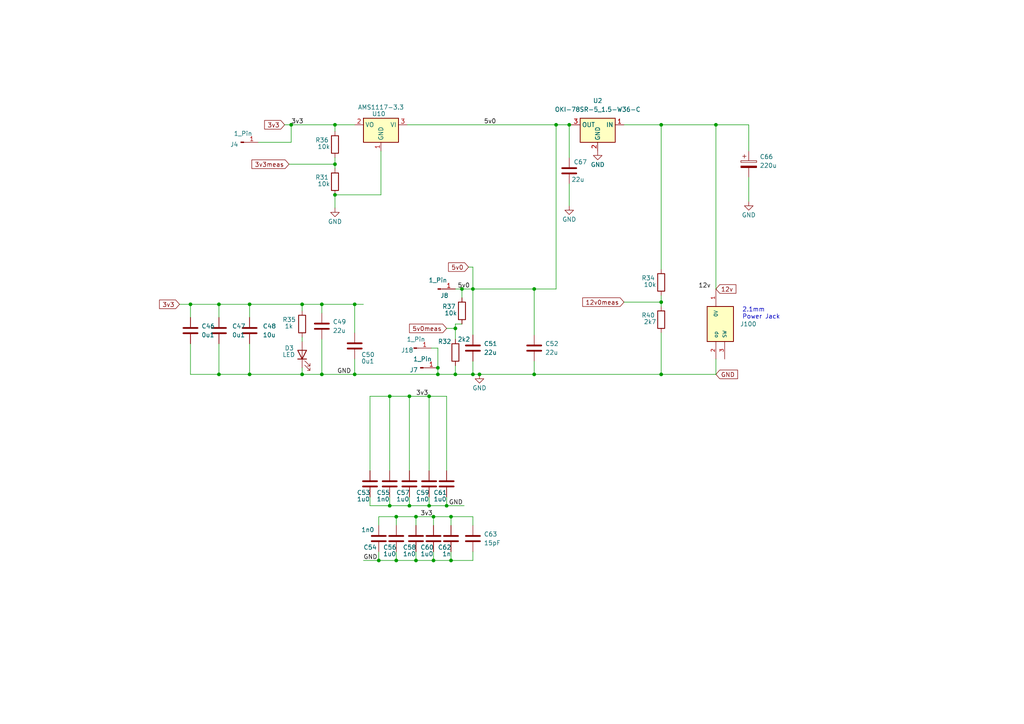
<source format=kicad_sch>
(kicad_sch (version 20231120) (generator "eeschema") (generator_version "8.0")
  (paper "A4")
  (title_block (title "430Mhz - QO-100 transverter") (date "2025-04-24") (rev "2.1") (comment 4 "PSU and decoupling"))
  (lib_symbols
    (symbol "163-179PH-EX:163-179PH-EX" (pin_names (offset 1.016))
      (property "Reference" "J1" (at 10.16 6.12 0))
      (symbol "163-179PH-EX_0_0"
        (rectangle (start 5.08 2.54) (end 15.24 -5.08) (stroke (width 0.254)) (fill (type background)))
      )
      (symbol "163-179PH-EX_1_0"
        (pin bidirectional line (at 20.32 0 180) (length 5.08) (name "0V") (number "1"))
        (pin bidirectional line (at 0 0 0) (length 5.08) (name "op") (number "2"))
        (pin bidirectional line (at 0 -2.54 0) (length 5.08) (name "SW") (number "3"))
      )
    )
    (symbol "Connector:Conn_01x01_Pin" (pin_names (offset 1.016) hide)
      (property "Reference" "J" (at 0 2.54 0))
      (property "Value" "Conn_01x01_Pin" (at 0 -2.54 0))
      (symbol "Conn_01x01_Pin_1_1"
        (polyline (pts (xy 1.27 0) (xy 0.8636 0)) (stroke (width 0.1524)))
        (rectangle (start 0.8636 0.127) (end 0 -0.127) (stroke (width 0.1524)) (fill (type outline)))
        (pin passive line (at 5.08 0 180) (length 3.81) (name "Pin_1") (number "1"))
      )
    )
    (symbol "Converter_DCDC:OKI-78SR-5_1.5-W36-C"
      (property "Reference" "U" (at -3.81 3.175 0))
      (property "Value" "OKI-78SR-5_1.5-W36-C" (at 0 3.175 0))
      (symbol "OKI-78SR-5_1.5-W36-C_0_1"
        (rectangle (start -5.08 1.905) (end 5.08 -5.08) (stroke (width 0.254)) (fill (type background)))
      )
      (symbol "OKI-78SR-5_1.5-W36-C_1_1"
        (pin power_in line (at -7.62 0 0) (length 2.54) (name "IN") (number "1"))
        (pin power_in line (at 0 -7.62 90) (length 2.54) (name "GND") (number "2"))
        (pin power_out line (at 7.62 0 180) (length 2.54) (name "OUT") (number "3"))
      )
    )
    (symbol "Device:C" (pin_numbers hide) (pin_names (offset 0.254))
      (property "Reference" "C" (at 0.635 2.54 0))
      (property "Value" "C" (at 0.635 -2.54 0))
      (symbol "C_0_1"
        (polyline (pts (xy -2.032 -0.762) (xy 2.032 -0.762)) (stroke (width 0.508)))
        (polyline (pts (xy -2.032 0.762) (xy 2.032 0.762)) (stroke (width 0.508)))
      )
      (symbol "C_1_1"
        (pin passive line (at 0 3.81 270) (length 2.794) (name "~") (number "1"))
        (pin passive line (at 0 -3.81 90) (length 2.794) (name "~") (number "2"))
      )
    )
    (symbol "Device:C_Polarized" (pin_numbers hide) (pin_names (offset 0.254))
      (property "Reference" "C" (at 0.635 2.54 0))
      (property "Value" "C_Polarized" (at 0.635 -2.54 0))
      (symbol "C_Polarized_0_1"
        (rectangle (start -2.286 0.508) (end 2.286 1.016))
        (polyline (pts (xy -1.778 2.286) (xy -0.762 2.286)))
        (polyline (pts (xy -1.27 2.794) (xy -1.27 1.778)))
        (rectangle (start 2.286 -0.508) (end -2.286 -1.016) (fill (type outline)))
      )
      (symbol "C_Polarized_1_1"
        (pin passive line (at 0 3.81 270) (length 2.794) (name "~") (number "1"))
        (pin passive line (at 0 -3.81 90) (length 2.794) (name "~") (number "2"))
      )
    )
    (symbol "Device:LED" (pin_numbers hide) (pin_names (offset 1.016) hide)
      (property "Reference" "D" (at 0 2.54 0))
      (property "Value" "LED" (at 0 -2.54 0))
      (symbol "LED_0_1"
        (polyline (pts (xy -1.27 -1.27) (xy -1.27 1.27)) (stroke (width 0.254)))
        (polyline (pts (xy -1.27 0) (xy 1.27 0)))
        (polyline (pts (xy 1.27 -1.27) (xy 1.27 1.27) (xy -1.27 0) (xy 1.27 -1.27)) (stroke (width 0.254)))
        (polyline (pts (xy -3.048 -0.762) (xy -4.572 -2.286) (xy -3.81 -2.286) (xy -4.572 -2.286) (xy -4.572 -1.524)))
        (polyline (pts (xy -1.778 -0.762) (xy -3.302 -2.286) (xy -2.54 -2.286) (xy -3.302 -2.286) (xy -3.302 -1.524)))
      )
      (symbol "LED_1_1"
        (pin passive line (at -3.81 0 0) (length 2.54) (name "K") (number "1"))
        (pin passive line (at 3.81 0 180) (length 2.54) (name "A") (number "2"))
      )
    )
    (symbol "Device:R" (pin_numbers hide) (pin_names (offset 0))
      (property "Reference" "R" (at 2.032 0 90))
      (property "Value" "R" (at 0 0 90))
      (symbol "R_0_1"
        (rectangle (start -1.016 -2.54) (end 1.016 2.54) (stroke (width 0.254)))
      )
      (symbol "R_1_1"
        (pin passive line (at 0 3.81 270) (length 1.27) (name "~") (number "1"))
        (pin passive line (at 0 -3.81 90) (length 1.27) (name "~") (number "2"))
      )
    )
    (symbol "Regulator_Linear:AMS1117-3.3"
      (property "Reference" "U" (at -3.81 3.175 0))
      (property "Value" "AMS1117-3.3" (at 0 3.175 0))
      (symbol "AMS1117-3.3_0_1"
        (rectangle (start -5.08 -5.08) (end 5.08 1.905) (stroke (width 0.254)) (fill (type background)))
      )
      (symbol "AMS1117-3.3_1_1"
        (pin power_in line (at 0 -7.62 90) (length 2.54) (name "GND") (number "1"))
        (pin power_out line (at 7.62 0 180) (length 2.54) (name "VO") (number "2"))
        (pin power_in line (at -7.62 0 0) (length 2.54) (name "VI") (number "3"))
      )
    )
    (symbol "power:GND" (power) (pin_names (offset 0))
      (property "Value" "GND" (at 0 -3.81 0))
      (symbol "GND_0_1"
        (polyline (pts (xy 0 0) (xy 0 -1.27) (xy 1.27 -1.27) (xy 0 -2.54) (xy -1.27 -1.27) (xy 0 -1.27)))
      )
      (symbol "GND_1_1"
        (pin power_in line (at 0 0 270) (length 0) hide (name "GND") (number "1"))
      )
    )
  )
  (junction (at 154.94 83.82))
  (junction (at 137.16 108.585))
  (junction (at 55.245 88.265))
  (junction (at 97.155 56.515))
  (junction (at 63.5 88.265))
  (junction (at 102.87 88.265))
  (junction (at 124.46 146.685))
  (junction (at 63.5 108.585))
  (junction (at 133.985 83.82))
  (junction (at 191.77 87.63))
  (junction (at 130.81 162.56))
  (junction (at 72.39 88.265))
  (junction (at 72.39 108.585))
  (junction (at 137.16 83.82))
  (junction (at 120.65 149.86))
  (junction (at 191.77 108.585))
  (junction (at 120.65 162.56))
  (junction (at 132.08 108.585))
  (junction (at 118.745 146.685))
  (junction (at 93.345 88.265))
  (junction (at 127 106.68))
  (junction (at 113.03 146.685))
  (junction (at 102.87 108.585))
  (junction (at 191.77 36.195))
  (junction (at 97.155 36.195))
  (junction (at 118.745 114.935))
  (junction (at 87.63 108.585))
  (junction (at 114.935 162.56))
  (junction (at 154.94 108.585))
  (junction (at 165.1 36.195))
  (junction (at 113.03 114.935))
  (junction (at 127 108.585))
  (junction (at 109.855 162.56))
  (junction (at 207.645 36.195))
  (junction (at 139.065 108.585))
  (junction (at 132.08 95.25))
  (junction (at 129.54 146.685))
  (junction (at 125.73 149.86))
  (junction (at 130.81 149.86))
  (junction (at 161.29 36.195))
  (junction (at 125.73 162.56))
  (junction (at 97.155 47.625))
  (junction (at 87.63 88.265))
  (junction (at 124.46 114.935))
  (junction (at 93.345 108.585))
  (junction (at 114.935 149.86))
  (junction (at 84.455 36.195))
  (wire (pts (xy 165.1 36.195) (xy 165.735 36.195)))
  (wire (pts (xy 207.645 104.14) (xy 207.645 108.585)))
  (wire (pts (xy 191.77 108.585) (xy 207.645 108.585)))
  (wire (pts (xy 127 100.965) (xy 127 106.68)))
  (wire (pts (xy 132.08 95.25) (xy 132.08 93.98)))
  (wire (pts (xy 72.39 88.265) (xy 87.63 88.265)))
  (wire (pts (xy 55.245 88.265) (xy 63.5 88.265)))
  (wire (pts (xy 137.16 152.4) (xy 137.16 149.86)))
  (wire (pts (xy 154.94 83.82) (xy 154.94 97.155)))
  (wire (pts (xy 102.87 104.14) (xy 102.87 108.585)))
  (wire (pts (xy 84.455 41.275) (xy 84.455 36.195)))
  (wire (pts (xy 217.17 51.435) (xy 217.17 58.42)))
  (wire (pts (xy 93.345 98.425) (xy 93.345 108.585)))
  (wire (pts (xy 120.65 149.86) (xy 125.73 149.86)))
  (wire (pts (xy 93.345 88.265) (xy 87.63 88.265)))
  (wire (pts (xy 125.73 162.56) (xy 125.73 160.02)))
  (wire (pts (xy 161.29 36.195) (xy 161.29 83.82)))
  (wire (pts (xy 165.1 36.195) (xy 165.1 45.72)))
  (wire (pts (xy 114.935 149.86) (xy 109.855 149.86)))
  (wire (pts (xy 129.54 114.935) (xy 124.46 114.935)))
  (wire (pts (xy 180.975 87.63) (xy 191.77 87.63)))
  (wire (pts (xy 107.315 146.685) (xy 107.315 144.145)))
  (wire (pts (xy 124.46 146.685) (xy 124.46 144.145)))
  (wire (pts (xy 132.08 106.045) (xy 132.08 108.585)))
  (wire (pts (xy 125.095 100.965) (xy 127 100.965)))
  (wire (pts (xy 191.77 85.725) (xy 191.77 87.63)))
  (wire (pts (xy 137.16 77.47) (xy 137.16 83.82)))
  (wire (pts (xy 135.89 77.47) (xy 137.16 77.47)))
  (wire (pts (xy 137.16 104.775) (xy 137.16 108.585)))
  (wire (pts (xy 110.49 43.815) (xy 110.49 56.515)))
  (wire (pts (xy 63.5 99.695) (xy 63.5 108.585)))
  (wire (pts (xy 154.94 104.775) (xy 154.94 108.585)))
  (wire (pts (xy 93.345 88.265) (xy 93.345 90.805)))
  (wire (pts (xy 165.1 53.34) (xy 165.1 59.69)))
  (wire (pts (xy 113.03 114.935) (xy 107.315 114.935)))
  (wire (pts (xy 107.315 114.935) (xy 107.315 136.525)))
  (wire (pts (xy 55.245 99.695) (xy 55.245 108.585)))
  (wire (pts (xy 118.745 114.935) (xy 124.46 114.935)))
  (wire (pts (xy 105.41 162.56) (xy 109.855 162.56)))
  (wire (pts (xy 137.16 160.02) (xy 137.16 162.56)))
  (wire (pts (xy 132.08 83.82) (xy 133.985 83.82)))
  (wire (pts (xy 191.77 87.63) (xy 191.77 88.9)))
  (wire (pts (xy 87.63 97.79) (xy 87.63 99.06)))
  (wire (pts (xy 125.73 162.56) (xy 130.81 162.56)))
  (wire (pts (xy 130.81 149.86) (xy 130.81 152.4)))
  (wire (pts (xy 93.345 88.265) (xy 102.87 88.265)))
  (wire (pts (xy 129.54 114.935) (xy 129.54 136.525)))
  (wire (pts (xy 191.77 96.52) (xy 191.77 108.585)))
  (wire (pts (xy 74.93 41.275) (xy 84.455 41.275)))
  (wire (pts (xy 124.46 146.685) (xy 129.54 146.685)))
  (wire (pts (xy 180.975 36.195) (xy 191.77 36.195)))
  (wire (pts (xy 125.73 149.86) (xy 125.73 152.4)))
  (wire (pts (xy 139.065 108.585) (xy 154.94 108.585)))
  (wire (pts (xy 113.03 146.685) (xy 113.03 144.145)))
  (wire (pts (xy 154.94 108.585) (xy 191.77 108.585)))
  (wire (pts (xy 217.17 36.195) (xy 217.17 43.815)))
  (wire (pts (xy 83.82 47.625) (xy 97.155 47.625)))
  (wire (pts (xy 114.935 149.86) (xy 120.65 149.86)))
  (wire (pts (xy 118.745 146.685) (xy 124.46 146.685)))
  (wire (pts (xy 82.55 36.195) (xy 84.455 36.195)))
  (wire (pts (xy 113.03 146.685) (xy 118.745 146.685)))
  (wire (pts (xy 97.155 56.515) (xy 97.155 60.325)))
  (wire (pts (xy 132.08 108.585) (xy 137.16 108.585)))
  (wire (pts (xy 133.985 83.82) (xy 133.985 86.36)))
  (wire (pts (xy 102.87 36.195) (xy 97.155 36.195)))
  (wire (pts (xy 87.63 108.585) (xy 93.345 108.585)))
  (wire (pts (xy 114.935 162.56) (xy 120.65 162.56)))
  (wire (pts (xy 137.16 83.82) (xy 137.16 97.155)))
  (wire (pts (xy 129.54 146.685) (xy 129.54 144.145)))
  (wire (pts (xy 52.07 88.265) (xy 55.245 88.265)))
  (wire (pts (xy 55.245 88.265) (xy 55.245 92.075)))
  (wire (pts (xy 129.54 95.25) (xy 132.08 95.25)))
  (wire (pts (xy 107.315 146.685) (xy 113.03 146.685)))
  (wire (pts (xy 191.77 36.195) (xy 191.77 78.105)))
  (wire (pts (xy 124.46 114.935) (xy 124.46 136.525)))
  (wire (pts (xy 72.39 108.585) (xy 87.63 108.585)))
  (wire (pts (xy 84.455 36.195) (xy 97.155 36.195)))
  (wire (pts (xy 63.5 88.265) (xy 72.39 88.265)))
  (wire (pts (xy 137.16 162.56) (xy 130.81 162.56)))
  (wire (pts (xy 120.65 149.86) (xy 120.65 152.4)))
  (wire (pts (xy 118.11 36.195) (xy 161.29 36.195)))
  (wire (pts (xy 72.39 88.265) (xy 72.39 92.075)))
  (wire (pts (xy 63.5 108.585) (xy 72.39 108.585)))
  (wire (pts (xy 114.935 149.86) (xy 114.935 152.4)))
  (wire (pts (xy 97.155 45.72) (xy 97.155 47.625)))
  (wire (pts (xy 130.81 149.86) (xy 137.16 149.86)))
  (wire (pts (xy 93.345 108.585) (xy 102.87 108.585)))
  (wire (pts (xy 132.08 93.98) (xy 133.985 93.98)))
  (wire (pts (xy 130.81 162.56) (xy 130.81 160.02)))
  (wire (pts (xy 87.63 88.265) (xy 87.63 90.17)))
  (wire (pts (xy 87.63 106.68) (xy 87.63 108.585)))
  (wire (pts (xy 161.29 36.195) (xy 165.1 36.195)))
  (wire (pts (xy 105.41 88.265) (xy 102.87 88.265)))
  (wire (pts (xy 102.87 88.265) (xy 102.87 96.52)))
  (wire (pts (xy 118.745 114.935) (xy 113.03 114.935)))
  (wire (pts (xy 118.745 114.935) (xy 118.745 136.525)))
  (wire (pts (xy 55.245 108.585) (xy 63.5 108.585)))
  (wire (pts (xy 97.155 36.195) (xy 97.155 38.1)))
  (wire (pts (xy 63.5 88.265) (xy 63.5 92.075)))
  (wire (pts (xy 129.54 146.685) (xy 134.62 146.685)))
  (wire (pts (xy 118.745 146.685) (xy 118.745 144.145)))
  (wire (pts (xy 133.985 83.82) (xy 137.16 83.82)))
  (wire (pts (xy 97.155 47.625) (xy 97.155 48.895)))
  (wire (pts (xy 120.65 162.56) (xy 120.65 160.02)))
  (wire (pts (xy 113.03 114.935) (xy 113.03 136.525)))
  (wire (pts (xy 137.16 83.82) (xy 154.94 83.82)))
  (wire (pts (xy 154.94 83.82) (xy 161.29 83.82)))
  (wire (pts (xy 109.855 162.56) (xy 114.935 162.56)))
  (wire (pts (xy 207.645 36.195) (xy 217.17 36.195)))
  (wire (pts (xy 109.855 149.86) (xy 109.855 152.4)))
  (wire (pts (xy 132.08 98.425) (xy 132.08 95.25)))
  (wire (pts (xy 72.39 99.695) (xy 72.39 108.585)))
  (wire (pts (xy 130.81 149.86) (xy 125.73 149.86)))
  (wire (pts (xy 120.65 162.56) (xy 125.73 162.56)))
  (wire (pts (xy 102.87 108.585) (xy 127 108.585)))
  (wire (pts (xy 207.645 36.195) (xy 207.645 83.82)))
  (wire (pts (xy 114.935 162.56) (xy 114.935 160.02)))
  (wire (pts (xy 137.16 108.585) (xy 139.065 108.585)))
  (wire (pts (xy 127 108.585) (xy 132.08 108.585)))
  (wire (pts (xy 109.855 162.56) (xy 109.855 160.02)))
  (wire (pts (xy 127 106.68) (xy 127 108.585)))
  (wire (pts (xy 191.77 36.195) (xy 207.645 36.195)))
  (wire (pts (xy 97.155 56.515) (xy 110.49 56.515)))
  (text "2.1mm\nPower Jack" (at 215.265 92.71 0) (effects (font (size 1.27 1.27)) (justify left bottom)))
  (label "3v3" (at 121.92 149.86 0))
  (label "12v" (at 202.565 83.82 0))
  (label "5v0" (at 132.715 83.82 0))
  (label "3v3" (at 84.455 36.195 0))
  (label "GND" (at 130.175 146.685 0))
  (label "3v3" (at 120.65 114.935 0))
  (label "5v0" (at 140.335 36.195 0))
  (label "GND" (at 105.41 162.56 0))
  (label "GND" (at 97.79 108.585 0))
  (global_label "3v3" (shape input) (at 82.55 36.195 180) (property "Intersheetrefs" "${INTERSHEET_REFS}" (effects (hide yes))))
  (global_label "5v0meas" (shape input) (at 129.54 95.25 180) (property "Intersheetrefs" "${INTERSHEET_REFS}" (effects (hide yes))))
  (global_label "GND" (shape input) (at 207.645 108.585 0) (property "Intersheetrefs" "${INTERSHEET_REFS}" (effects (hide yes))))
  (global_label "12v" (shape input) (at 207.645 83.82 0) (property "Intersheetrefs" "${INTERSHEET_REFS}" (effects (hide yes))))
  (global_label "12v0meas" (shape input) (at 180.975 87.63 180) (property "Intersheetrefs" "${INTERSHEET_REFS}" (effects (hide yes))))
  (global_label "5v0" (shape input) (at 135.89 77.47 180) (property "Intersheetrefs" "${INTERSHEET_REFS}" (effects (hide yes))))
  (global_label "3v3" (shape input) (at 52.07 88.265 180) (property "Intersheetrefs" "${INTERSHEET_REFS}" (effects (hide yes))))
  (global_label "3v3meas" (shape input) (at 83.82 47.625 180) (property "Intersheetrefs" "${INTERSHEET_REFS}" (effects (hide yes))))
  (symbol (lib_id "power:GND") (at 139.065 108.585 0) (unit 1)
    (property "Reference" "#PWR016" (effects (hide yes)))
    (property "Value" "GND" (at 139.065 112.53 0))
  )
  (symbol (lib_id "Device:C") (at 137.16 156.21 180) (unit 1)
    (property "Reference" "C63" (at 140.335 154.9399 0) (effects (justify right)))
    (property "Value" "15pF" (at 140.335 157.4799 0) (effects (justify right)))
    (property "Footprint" "Capacitor_SMD:C_0603_1608Metric" (effects (hide yes)))
  )
  (symbol (lib_id "Device:C") (at 125.73 156.21 0) (unit 1)
    (property "Reference" "C60" (at 121.92 158.75 0) (effects (justify left)))
    (property "Value" "1u0" (at 121.92 160.655 0) (effects (justify left)))
    (property "Footprint" "Capacitor_SMD:C_0603_1608Metric" (effects (hide yes)))
  )
  (symbol (lib_id "Device:C_Polarized") (at 217.17 47.625 0) (unit 1)
    (property "Reference" "C66" (at 220.345 45.4659 0) (effects (justify left)))
    (property "Value" "220u" (at 220.345 48.0059 0) (effects (justify left)))
    (property "Footprint" "Capacitor_THT:CP_Radial_D8.0mm_P3.80mm" (effects (hide yes)))
    (property "Description" "Polarized capacitor" (effects (hide yes)))
  )
  (symbol (lib_id "Connector:Conn_01x01_Pin") (at 121.92 106.68 0) (unit 1)
    (property "Reference" "J7" (at 120.015 107.315 0))
    (property "Value" "1_Pin" (at 122.555 104.14 0))
    (property "Footprint" "Connector_Pin:Pin_D0.9mm_L10.0mm_W2.4mm_FlatFork" (effects (hide yes)))
  )
  (symbol (lib_id "Connector:Conn_01x01_Pin") (at 69.85 41.275 0) (unit 1)
    (property "Reference" "J4" (at 67.945 41.91 0))
    (property "Value" "1_Pin" (at 70.485 38.735 0))
    (property "Footprint" "Connector_Pin:Pin_D0.9mm_L10.0mm_W2.4mm_FlatFork" (effects (hide yes)))
  )
  (symbol (lib_id "Device:C") (at 120.65 156.21 0) (unit 1)
    (property "Reference" "C58" (at 116.84 158.75 0) (effects (justify left)))
    (property "Value" "1n0" (at 116.84 160.655 0) (effects (justify left)))
    (property "Footprint" "Capacitor_SMD:C_0603_1608Metric" (effects (hide yes)))
  )
  (symbol (lib_id "Connector:Conn_01x01_Pin") (at 120.015 100.965 0) (unit 1)
    (property "Reference" "J18" (at 118.11 101.6 0))
    (property "Value" "1_Pin" (at 120.65 98.425 0))
    (property "Footprint" "Connector_Pin:Pin_D0.9mm_L10.0mm_W2.4mm_FlatFork" (effects (hide yes)))
  )
  (symbol (lib_id "Device:R") (at 87.63 93.98 0) (unit 1)
    (property "Reference" "R35" (at 81.915 92.71 0) (effects (justify left)))
    (property "Value" "1k" (at 82.55 94.615 0) (effects (justify left)))
    (property "Footprint" "Resistor_SMD:R_0603_1608Metric" (effects (hide yes)))
    (property "Description" "Resistor" (effects (hide yes)))
  )
  (symbol (lib_id "Device:C") (at 107.315 140.335 0) (unit 1)
    (property "Reference" "C53" (at 103.505 142.875 0) (effects (justify left)))
    (property "Value" "1u0" (at 103.505 144.78 0) (effects (justify left)))
    (property "Footprint" "Capacitor_SMD:C_0603_1608Metric" (effects (hide yes)))
  )
  (symbol (lib_id "Device:R") (at 191.77 92.71 0) (unit 1)
    (property "Reference" "R40" (at 186.055 91.44 0) (effects (justify left)))
    (property "Value" "2k7" (at 186.69 93.345 0) (effects (justify left)))
    (property "Footprint" "Resistor_SMD:R_0603_1608Metric" (effects (hide yes)))
    (property "Description" "Resistor" (effects (hide yes)))
  )
  (symbol (lib_id "Device:R") (at 97.155 52.705 0) (unit 1)
    (property "Reference" "R31" (at 91.44 51.435 0) (effects (justify left)))
    (property "Value" "10k" (at 92.075 53.34 0) (effects (justify left)))
    (property "Footprint" "Resistor_SMD:R_0603_1608Metric" (effects (hide yes)))
    (property "Description" "Resistor" (effects (hide yes)))
  )
  (symbol (lib_id "Device:C") (at 113.03 140.335 0) (unit 1)
    (property "Reference" "C55" (at 109.22 142.875 0) (effects (justify left)))
    (property "Value" "1n0" (at 109.22 144.78 0) (effects (justify left)))
    (property "Footprint" "Capacitor_SMD:C_0603_1608Metric" (effects (hide yes)))
  )
  (symbol (lib_id "power:GND") (at 173.355 43.815 0) (unit 1)
    (property "Reference" "#PWR017" (effects (hide yes)))
    (property "Value" "GND" (at 173.355 47.76 0))
  )
  (symbol (lib_id "Device:R") (at 191.77 81.915 0) (unit 1)
    (property "Reference" "R34" (at 186.055 80.645 0) (effects (justify left)))
    (property "Value" "10k" (at 186.69 82.55 0) (effects (justify left)))
    (property "Footprint" "Resistor_SMD:R_0603_1608Metric" (effects (hide yes)))
    (property "Description" "Resistor" (effects (hide yes)))
  )
  (symbol (lib_id "power:GND") (at 217.17 58.42 0) (unit 1)
    (property "Reference" "#PWR021" (effects (hide yes)))
    (property "Value" "GND" (at 217.17 62.365 0))
  )
  (symbol (lib_id "Device:R") (at 133.985 90.17 0) (unit 1)
    (property "Reference" "R37" (at 128.27 88.9 0) (effects (justify left)))
    (property "Value" "10k" (at 128.905 90.805 0) (effects (justify left)))
    (property "Footprint" "Resistor_SMD:R_0603_1608Metric" (effects (hide yes)))
    (property "Description" "Resistor" (effects (hide yes)))
  )
  (symbol (lib_id "Converter_DCDC:OKI-78SR-5_1.5-W36-C") (at 173.355 36.195 0) (mirror y) (unit 1)
    (property "Reference" "U2" (at 173.355 29.21 0))
    (property "Value" "OKI-78SR-5_1.5-W36-C" (at 173.355 31.75 0))
    (property "Footprint" "Converter_DCDC:Converter_DCDC_Murata_OKI-78SR_Vertical" (effects (hide yes)))
    (property "Datasheet" "https://power.murata.com/data/power/oki-78sr.pdf" (effects (hide yes)))
    (property "Description" "1.5A Step-Down DC/DC-Regulator, 7-36V input, 5V fixed Output Voltage, LM78xx replacement, -40°C to +85°C, OKI-78SR_Vertical" (effects (hide yes)))
  )
  (symbol (lib_id "Device:C") (at 118.745 140.335 0) (unit 1)
    (property "Reference" "C57" (at 114.935 142.875 0) (effects (justify left)))
    (property "Value" "1u0" (at 114.935 144.78 0) (effects (justify left)))
    (property "Footprint" "Capacitor_SMD:C_0603_1608Metric" (effects (hide yes)))
  )
  (symbol (lib_id "Device:C") (at 165.1 49.53 0) (unit 1)
    (property "Reference" "C67" (at 166.37 46.99 0) (effects (justify left)))
    (property "Value" "22u" (at 165.735 52.07 0) (effects (justify left)))
    (property "Footprint" "Capacitor_SMD:C_0603_1608Metric" (effects (hide yes)))
  )
  (symbol (lib_id "Device:C") (at 124.46 140.335 0) (unit 1)
    (property "Reference" "C59" (at 120.65 142.875 0) (effects (justify left)))
    (property "Value" "1n0" (at 120.65 144.78 0) (effects (justify left)))
    (property "Footprint" "Capacitor_SMD:C_0603_1608Metric" (effects (hide yes)))
  )
  (symbol (lib_id "Device:C") (at 154.94 100.965 0) (unit 1)
    (property "Reference" "C52" (at 158.115 99.6949 0) (effects (justify left)))
    (property "Value" "22u" (at 158.115 102.2349 0) (effects (justify left)))
    (property "Footprint" "Capacitor_SMD:C_0603_1608Metric" (effects (hide yes)))
  )
  (symbol (lib_id "Device:C") (at 55.245 95.885 0) (unit 1)
    (property "Reference" "C46" (at 58.42 94.6149 0) (effects (justify left)))
    (property "Value" "0u1" (at 58.42 97.1549 0) (effects (justify left)))
    (property "Footprint" "Capacitor_SMD:C_0603_1608Metric" (effects (hide yes)))
  )
  (symbol (lib_id "Device:C") (at 63.5 95.885 0) (unit 1)
    (property "Reference" "C47" (at 67.31 94.6149 0) (effects (justify left)))
    (property "Value" "0u1" (at 67.31 97.1549 0) (effects (justify left)))
    (property "Footprint" "Capacitor_SMD:C_0603_1608Metric" (effects (hide yes)))
  )
  (symbol (lib_id "Connector:Conn_01x01_Pin") (at 127 83.82 0) (unit 1)
    (property "Reference" "J8" (at 128.905 85.725 0))
    (property "Value" "1_Pin" (at 127 81.28 0))
    (property "Footprint" "Connector_Pin:Pin_D0.9mm_L10.0mm_W2.4mm_FlatFork" (effects (hide yes)))
  )
  (symbol (lib_id "Device:C") (at 130.81 156.21 0) (unit 1)
    (property "Reference" "C62" (at 127 158.75 0) (effects (justify left)))
    (property "Value" "1n" (at 128.27 160.655 0) (effects (justify left)))
    (property "Footprint" "Capacitor_SMD:C_0603_1608Metric" (effects (hide yes)))
  )
  (symbol (lib_id "Device:C") (at 102.87 100.33 0) (unit 1)
    (property "Reference" "C50" (at 104.775 102.87 0) (effects (justify left)))
    (property "Value" "0u1" (at 104.775 104.775 0) (effects (justify left)))
    (property "Footprint" "Capacitor_SMD:C_0603_1608Metric" (effects (hide yes)))
  )
  (symbol (lib_id "Device:C") (at 114.935 156.21 0) (unit 1)
    (property "Reference" "C56" (at 111.125 158.75 0) (effects (justify left)))
    (property "Value" "1u0" (at 111.125 160.655 0) (effects (justify left)))
    (property "Footprint" "Capacitor_SMD:C_0603_1608Metric" (effects (hide yes)))
  )
  (symbol (lib_id "Regulator_Linear:AMS1117-3.3") (at 110.49 36.195 0) (mirror y) (unit 1)
    (property "Reference" "U10" (at 109.855 33.02 0))
    (property "Value" "AMS1117-3.3" (at 110.49 31.115 0))
    (property "Footprint" "Package_TO_SOT_SMD:SOT-223-3_TabPin2" (effects (hide yes)))
    (property "Datasheet" "http://www.advanced-monolithic.com/pdf/ds1117.pdf" (effects (hide yes)))
  )
  (symbol (lib_id "Device:C") (at 129.54 140.335 0) (unit 1)
    (property "Reference" "C61" (at 125.73 142.875 0) (effects (justify left)))
    (property "Value" "1u0" (at 125.73 144.78 0) (effects (justify left)))
    (property "Footprint" "Capacitor_SMD:C_0603_1608Metric" (effects (hide yes)))
  )
  (symbol (lib_id "power:GND") (at 97.155 60.325 0) (unit 1)
    (property "Reference" "#PWR015" (effects (hide yes)))
    (property "Value" "GND" (at 97.155 64.27 0))
  )
  (symbol (lib_id "Device:C") (at 109.855 156.21 0) (unit 1)
    (property "Reference" "C54" (at 105.41 158.75 0) (effects (justify left)))
    (property "Value" "1n0" (at 104.775 153.67 0) (effects (justify left)))
    (property "Footprint" "Capacitor_SMD:C_0603_1608Metric" (effects (hide yes)))
  )
  (symbol (lib_id "163-179PH-EX:163-179PH-EX") (at 207.645 104.14 90) (unit 1)
    (property "Reference" "J100" (at 214.63 93.9799 90) (effects (justify right)))
    (property "Value" "12v jack" (effects (hide yes)))
    (property "Footprint" "Connector_BarrelJack:BarrelJack_Horizontal" (effects (hide yes)))
    (property "MANUFACTURER_NAME" "Kobiconn" (effects (hide yes)))
    (property "MOUSER_PRICE-STOCK" "https://www.mouser.com/Search/Refine.aspx?Keyword=163-179PH-EX" (effects (hide yes)))
    (property "DESCRIPTION" "DC Power Connectors PCB 2.1MM" (effects (hide yes)))
    (property "MOUSER_PART_NUMBER" "163-179PH-EX" (effects (hide yes)))
    (property "HEIGHT" "11mm" (effects (hide yes)))
    (property "MANUFACTURER_PART_NUMBER" "163-179PH-EX" (effects (hide yes)))
  )
  (symbol (lib_id "Device:C") (at 137.16 100.965 0) (unit 1)
    (property "Reference" "C51" (at 140.335 99.6949 0) (effects (justify left)))
    (property "Value" "22u" (at 140.335 102.2349 0) (effects (justify left)))
    (property "Footprint" "Capacitor_SMD:C_0603_1608Metric" (effects (hide yes)))
  )
  (symbol (lib_id "power:GND") (at 165.1 59.69 0) (unit 1)
    (property "Reference" "#PWR022" (effects (hide yes)))
    (property "Value" "GND" (at 165.1 63.635 0))
  )
  (symbol (lib_id "Device:LED") (at 87.63 102.87 90) (unit 1)
    (property "Reference" "D3" (at 82.55 100.965 90) (effects (justify right)))
    (property "Value" "LED" (at 81.915 102.87 90) (effects (justify right)))
    (property "Footprint" "LED_SMD:LED_0603_1608Metric" (effects (hide yes)))
    (property "Description" "Light emitting diode" (effects (hide yes)))
  )
  (symbol (lib_id "Device:C") (at 93.345 94.615 0) (unit 1)
    (property "Reference" "C49" (at 96.52 93.3449 0) (effects (justify left)))
    (property "Value" "22u" (at 96.52 95.8849 0) (effects (justify left)))
    (property "Footprint" "Capacitor_SMD:C_0603_1608Metric" (effects (hide yes)))
  )
  (symbol (lib_id "Device:C") (at 72.39 95.885 0) (unit 1)
    (property "Reference" "C48" (at 76.2 94.6149 0) (effects (justify left)))
    (property "Value" "10u" (at 76.2 97.1549 0) (effects (justify left)))
    (property "Footprint" "Capacitor_SMD:C_0603_1608Metric" (effects (hide yes)))
  )
  (symbol (lib_id "Device:R") (at 132.08 102.235 0) (unit 1)
    (property "Reference" "R32" (at 127 99.06 0) (effects (justify left)))
    (property "Value" "2k2" (at 132.715 98.425 0) (effects (justify left)))
    (property "Footprint" "Resistor_SMD:R_0603_1608Metric" (effects (hide yes)))
    (property "Description" "Resistor" (effects (hide yes)))
  )
  (symbol (lib_id "Device:R") (at 97.155 41.91 0) (unit 1)
    (property "Reference" "R36" (at 91.44 40.64 0) (effects (justify left)))
    (property "Value" "10k" (at 92.075 42.545 0) (effects (justify left)))
    (property "Footprint" "Resistor_SMD:R_0603_1608Metric" (effects (hide yes)))
    (property "Description" "Resistor" (effects (hide yes)))
  )
)
</source>
